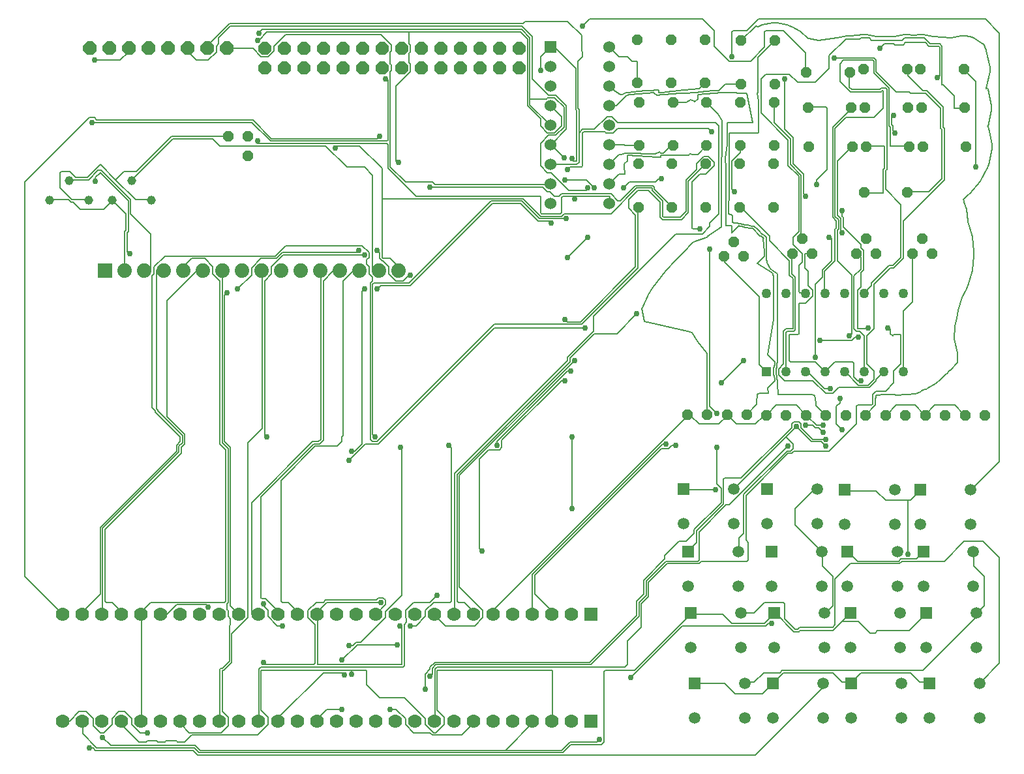
<source format=gbr>
G04 EAGLE Gerber RS-274X export*
G75*
%MOMM*%
%FSLAX34Y34*%
%LPD*%
%INTop Copper*%
%IPPOS*%
%AMOC8*
5,1,8,0,0,1.08239X$1,22.5*%
G01*
%ADD10R,1.270000X1.270000*%
%ADD11C,1.270000*%
%ADD12R,1.524000X1.524000*%
%ADD13C,1.524000*%
%ADD14R,1.778000X1.778000*%
%ADD15C,1.778000*%
%ADD16P,1.814519X8X22.500000*%
%ADD17P,1.924489X8X112.500000*%
%ADD18R,1.879600X1.879600*%
%ADD19C,1.879600*%
%ADD20P,1.429621X8X22.500000*%
%ADD21P,1.429621X8X112.500000*%
%ADD22P,1.429621X8X202.500000*%
%ADD23C,1.168000*%
%ADD24C,1.498000*%
%ADD25R,1.498000X1.498000*%
%ADD26C,0.152400*%
%ADD27C,0.756400*%


D10*
X1005000Y529900D03*
D11*
X1030400Y529900D03*
X1055800Y529900D03*
X1081200Y529900D03*
X1106600Y529900D03*
X1132000Y529900D03*
X1157400Y529900D03*
X1182800Y529900D03*
X1182800Y631500D03*
X1157400Y631500D03*
X1132000Y631500D03*
X1106600Y631500D03*
X1081200Y631500D03*
X1055800Y631500D03*
X1030400Y631500D03*
X1005000Y631500D03*
D12*
X725100Y951300D03*
D13*
X725100Y925900D03*
X725100Y900500D03*
X725100Y875100D03*
X725100Y849700D03*
X725100Y824300D03*
X725100Y798900D03*
X725100Y773500D03*
X725100Y748100D03*
X801300Y748100D03*
X801300Y773500D03*
X801300Y798900D03*
X801300Y824300D03*
X801300Y849700D03*
X801300Y875100D03*
X801300Y900500D03*
X801300Y925900D03*
X801300Y951300D03*
D14*
X777600Y75800D03*
D15*
X752200Y75800D03*
X726800Y75800D03*
X701400Y75800D03*
X676000Y75800D03*
X650600Y75800D03*
X625200Y75800D03*
X599800Y75800D03*
X574400Y75800D03*
X549000Y75800D03*
X523600Y75800D03*
X498200Y75800D03*
X472800Y75800D03*
X447400Y75800D03*
X422000Y75800D03*
X396600Y75800D03*
X371200Y75800D03*
X345800Y75800D03*
X320400Y75800D03*
X295000Y75800D03*
X269600Y75800D03*
X244200Y75800D03*
X218800Y75800D03*
X193400Y75800D03*
X168000Y75800D03*
X142600Y75800D03*
X117200Y75800D03*
X91800Y75800D03*
D14*
X777600Y214700D03*
D15*
X752200Y214700D03*
X726800Y214700D03*
X701400Y214700D03*
X676000Y214700D03*
X650600Y214700D03*
X625200Y214700D03*
X599800Y214700D03*
X574400Y214700D03*
X549000Y214700D03*
X523600Y214700D03*
X498200Y214700D03*
X472800Y214700D03*
X447400Y214700D03*
X422000Y214700D03*
X396600Y214700D03*
X371200Y214700D03*
X345800Y214700D03*
X320400Y214700D03*
X295000Y214700D03*
X269600Y214700D03*
X244200Y214700D03*
X218800Y214700D03*
X193400Y214700D03*
X168000Y214700D03*
X142600Y214700D03*
X117200Y214700D03*
X91800Y214700D03*
D16*
X353700Y924400D03*
X353700Y949800D03*
X379100Y924400D03*
X379100Y949800D03*
X404500Y924400D03*
X404500Y949800D03*
X429900Y924400D03*
X429900Y949800D03*
X455300Y924400D03*
X455300Y949800D03*
X480700Y924400D03*
X480700Y949800D03*
X506100Y924400D03*
X506100Y949800D03*
X531500Y924400D03*
X531500Y949800D03*
X556900Y924400D03*
X556900Y949800D03*
X582300Y924400D03*
X582300Y949800D03*
X607700Y924400D03*
X607700Y949800D03*
X633100Y924400D03*
X633100Y949800D03*
X658500Y924400D03*
X658500Y949800D03*
X683900Y924400D03*
X683900Y949800D03*
D17*
X126700Y949500D03*
X152100Y949500D03*
X177500Y949500D03*
X202900Y949500D03*
X228300Y949500D03*
X253700Y949500D03*
X279100Y949500D03*
X304500Y949500D03*
D18*
X146600Y660900D03*
D19*
X172000Y660900D03*
X197400Y660900D03*
X222800Y660900D03*
X248200Y660900D03*
X273600Y660900D03*
X299000Y660900D03*
X324400Y660900D03*
X349800Y660900D03*
X375200Y660900D03*
X400600Y660900D03*
X426000Y660900D03*
X451400Y660900D03*
X476800Y660900D03*
X502200Y660900D03*
X527600Y660900D03*
D20*
X1263100Y473000D03*
X1288500Y473000D03*
X1211500Y473000D03*
X1236900Y473000D03*
X1159900Y473000D03*
X1185300Y473000D03*
X1108300Y473000D03*
X1133700Y473000D03*
X1056700Y473000D03*
X1082100Y473000D03*
X1005100Y473000D03*
X1030500Y473000D03*
X954100Y473800D03*
X979500Y473800D03*
X902500Y473800D03*
X927900Y473800D03*
D21*
X837500Y904400D03*
X837500Y960600D03*
X1015000Y823300D03*
X1015000Y879500D03*
X838800Y743300D03*
X838800Y799500D03*
X882600Y743300D03*
X882600Y799500D03*
X926400Y743300D03*
X926400Y799500D03*
X970200Y743300D03*
X970200Y799500D03*
X1014000Y743300D03*
X1014000Y799500D03*
D22*
X1113200Y918700D03*
X1057000Y918700D03*
X1187600Y922200D03*
X1131400Y922200D03*
X1261400Y922200D03*
X1205200Y922200D03*
X1115200Y872200D03*
X1059000Y872200D03*
D21*
X881300Y904400D03*
X881300Y960600D03*
D22*
X1189000Y872200D03*
X1132800Y872200D03*
X1262800Y872200D03*
X1206600Y872200D03*
X1116600Y822200D03*
X1060400Y822200D03*
X1190400Y822200D03*
X1134200Y822200D03*
X1264200Y822200D03*
X1208000Y822200D03*
X1188000Y762200D03*
X1131800Y762200D03*
D23*
X74500Y752600D03*
X99900Y778000D03*
X125300Y752600D03*
X155600Y752600D03*
X181000Y778000D03*
X206400Y752600D03*
D21*
X925100Y904400D03*
X925100Y960600D03*
X972200Y903300D03*
X972200Y959500D03*
X1016000Y903300D03*
X1016000Y959500D03*
X839800Y823300D03*
X839800Y879500D03*
X883600Y823300D03*
X883600Y879500D03*
X927400Y823300D03*
X927400Y879500D03*
X971200Y823300D03*
X971200Y879500D03*
D24*
X897500Y332400D03*
D25*
X897500Y377400D03*
D24*
X962500Y332400D03*
X962500Y377400D03*
X1015600Y171300D03*
D25*
X1015600Y216300D03*
D24*
X1080600Y171300D03*
X1080600Y216300D03*
X1114000Y171300D03*
D25*
X1114000Y216300D03*
D24*
X1179000Y171300D03*
X1179000Y216300D03*
X1212400Y171300D03*
D25*
X1212400Y216300D03*
D24*
X1277400Y171300D03*
X1277400Y216300D03*
X1216800Y80200D03*
D25*
X1216800Y125200D03*
D24*
X1281800Y80200D03*
X1281800Y125200D03*
X1115200Y80200D03*
D25*
X1115200Y125200D03*
D24*
X1180200Y80200D03*
X1180200Y125200D03*
X1013600Y80200D03*
D25*
X1013600Y125200D03*
D24*
X1078600Y80200D03*
X1078600Y125200D03*
X912000Y80200D03*
D25*
X912000Y125200D03*
D24*
X977000Y80200D03*
X977000Y125200D03*
X1005900Y332400D03*
D25*
X1005900Y377400D03*
D24*
X1070900Y332400D03*
X1070900Y377400D03*
X1106800Y331300D03*
D25*
X1106800Y376300D03*
D24*
X1171800Y331300D03*
X1171800Y376300D03*
X1205200Y331300D03*
D25*
X1205200Y376300D03*
D24*
X1270200Y331300D03*
X1270200Y376300D03*
X903600Y251300D03*
D25*
X903600Y296300D03*
D24*
X968600Y251300D03*
X968600Y296300D03*
X1012000Y251300D03*
D25*
X1012000Y296300D03*
D24*
X1077000Y251300D03*
X1077000Y296300D03*
X1110400Y251300D03*
D25*
X1110400Y296300D03*
D24*
X1175400Y251300D03*
X1175400Y296300D03*
X1208800Y251300D03*
D25*
X1208800Y296300D03*
D24*
X1273800Y251300D03*
X1273800Y296300D03*
X907200Y171300D03*
D25*
X907200Y216300D03*
D24*
X972200Y171300D03*
X972200Y216300D03*
D20*
X975100Y679500D03*
X962400Y698550D03*
X949700Y679500D03*
X1064100Y683000D03*
X1051400Y702050D03*
X1038700Y683000D03*
X1147100Y683000D03*
X1134400Y702050D03*
X1121700Y683000D03*
X1220100Y683000D03*
X1207400Y702050D03*
X1194700Y683000D03*
X306700Y835300D03*
X332100Y809900D03*
X332100Y835300D03*
D26*
X942834Y864066D02*
X947776Y856050D01*
X947776Y817754D01*
X946776Y805046D02*
X946776Y718672D01*
X947504Y812202D02*
X947776Y817754D01*
X946776Y718672D02*
X946540Y718039D01*
X852012Y629363D02*
X843812Y612394D01*
X946776Y805046D02*
X947254Y811799D01*
X927790Y704490D02*
X925986Y703754D01*
X928047Y704593D02*
X946540Y718039D01*
X925202Y703434D02*
X912832Y698929D01*
X843514Y611866D02*
X847074Y594972D01*
X887490Y674625D02*
X893273Y680654D01*
X886669Y673796D02*
X875411Y661990D01*
X897342Y684951D02*
X909184Y697611D01*
X874515Y661047D02*
X856915Y637700D01*
X942834Y864066D02*
X927400Y879500D01*
X927900Y553210D02*
X927900Y473800D01*
X915200Y569787D02*
X908863Y580387D01*
X902500Y581805D01*
X915200Y569787D02*
X927900Y553210D01*
X902500Y581805D02*
X861886Y591686D01*
X847074Y594972D01*
X947254Y811799D02*
X947504Y812202D01*
X843812Y612394D02*
X843514Y611866D01*
X927790Y704490D02*
X928047Y704593D01*
X925986Y703754D02*
X925202Y703434D01*
X912832Y698929D02*
X909184Y697611D01*
X856915Y637700D02*
X852012Y629363D01*
X893273Y680654D02*
X897342Y684951D01*
X887490Y674625D02*
X886669Y673796D01*
X875411Y661990D02*
X874515Y661047D01*
X992962Y670342D02*
X1013343Y657455D01*
X992962Y670342D02*
X1002344Y679724D01*
X1001034Y702453D02*
X1001778Y703196D01*
X1002257Y684209D02*
X1002317Y682459D01*
X1014652Y597242D02*
X1007023Y551569D01*
X1001778Y703196D02*
X999359Y704647D01*
X1013343Y657455D02*
X1014652Y651713D01*
X1014652Y597242D01*
X1016220Y542372D02*
X1015904Y539898D01*
X1016220Y542372D02*
X1007023Y551569D01*
X1015904Y519902D02*
X1016220Y517428D01*
X1007081Y508289D02*
X1007691Y501577D01*
X1007081Y508289D02*
X1016220Y517428D01*
X1014652Y527048D02*
X1014652Y532752D01*
X996856Y706223D02*
X986874Y715692D01*
X986953Y853544D02*
X979746Y890944D01*
X979936Y716782D02*
X983228Y716205D01*
X983956Y852924D02*
X986953Y853544D01*
X983956Y852924D02*
X953872Y852924D01*
X968591Y719115D02*
X971326Y718675D01*
X953872Y825121D02*
X953872Y852924D01*
X952270Y731947D02*
X952270Y719726D01*
X952872Y733817D02*
X952872Y795046D01*
X952872Y733817D02*
X952270Y731947D01*
X951412Y806934D02*
X953872Y825121D01*
X946974Y892087D02*
X947612Y892406D01*
X951412Y806934D02*
X952872Y795046D01*
X943209Y891758D02*
X940754Y891604D01*
X936932Y891552D02*
X934821Y891363D01*
X927910Y890426D02*
X924739Y890426D01*
X917951Y889501D02*
X915840Y889312D01*
X915840Y883346D01*
X911709Y880411D01*
X911262Y881062D02*
X907051Y882801D01*
X900761Y879500D01*
X883600Y879500D01*
X992700Y487000D02*
X979500Y473800D01*
X1002257Y684209D02*
X1002212Y685498D01*
X1001034Y702453D01*
X1002328Y680185D02*
X1002344Y679724D01*
X1002328Y680185D02*
X1002328Y682156D01*
X1002317Y682459D01*
X998093Y705406D02*
X996856Y706223D01*
X998093Y705406D02*
X999359Y704647D01*
X1002365Y501577D02*
X1007691Y501577D01*
X1014652Y532752D02*
X1015260Y536902D01*
X1015724Y538488D01*
X1015904Y539898D01*
X1014652Y527048D02*
X1015260Y522898D01*
X1015724Y521312D01*
X1015904Y519902D01*
X998650Y501420D02*
X993133Y500954D01*
X998650Y501420D02*
X1002365Y501577D01*
X992700Y489269D02*
X992700Y487000D01*
X992700Y489269D02*
X993133Y500954D01*
X984921Y715908D02*
X983228Y716205D01*
X984921Y715908D02*
X986874Y715692D01*
X972631Y718466D02*
X971326Y718675D01*
X972631Y718466D02*
X978238Y717079D01*
X979936Y716782D01*
X974935Y891353D02*
X973935Y891400D01*
X974935Y891353D02*
X978818Y890986D01*
X979746Y890944D01*
X962669Y891900D02*
X958800Y891900D01*
X962669Y891900D02*
X964582Y891814D01*
X968465Y891447D01*
X969465Y891400D01*
X973935Y891400D01*
X954874Y891958D02*
X947643Y892352D01*
X954874Y891958D02*
X958800Y891900D01*
X947643Y892352D02*
X947612Y892406D01*
X945315Y891890D02*
X943209Y891758D01*
X945315Y891890D02*
X946974Y892087D01*
X937200Y891576D02*
X936932Y891552D01*
X937200Y891576D02*
X940316Y891576D01*
X940754Y891604D01*
X930358Y890667D02*
X927910Y890426D01*
X930358Y890667D02*
X933125Y891211D01*
X934821Y891363D01*
X919806Y889667D02*
X917951Y889501D01*
X919806Y889667D02*
X922587Y890214D01*
X924739Y890426D01*
X911262Y881062D02*
X911709Y880411D01*
X952270Y719726D02*
X960000Y719726D01*
X960000Y710000D01*
X968591Y718591D01*
X968591Y719115D01*
X1067733Y498805D02*
X1069400Y489212D01*
X1067508Y498903D02*
X1062628Y500163D01*
X1056250Y500053D02*
X1046680Y499918D01*
X1056475Y500053D02*
X1059678Y500108D01*
X1045151Y499895D02*
X1042721Y500122D01*
X1042596Y500179D02*
X1033962Y500066D01*
X1030450Y500053D02*
X1021256Y500054D01*
X1030475Y500053D02*
X1032234Y500059D01*
X1016017Y659371D02*
X1014542Y660303D01*
X1010074Y663128D02*
X1005874Y671294D01*
X1005005Y689280D02*
X1005012Y704837D01*
X1005303Y684315D02*
X1005364Y682565D01*
X1005390Y679829D02*
X1005451Y678079D01*
X1019702Y657041D02*
X1019560Y556652D01*
X1019560Y513770D02*
X1020408Y500054D01*
X1003345Y705811D02*
X999717Y707986D01*
X1019244Y541986D02*
X1018928Y539512D01*
X1019349Y542811D02*
X1019560Y556652D01*
X1018928Y520288D02*
X1019244Y517814D01*
X1019349Y516989D02*
X1019560Y514555D01*
X1017700Y527270D02*
X1017700Y532530D01*
X994624Y840166D02*
X994624Y881449D01*
X988786Y718546D02*
X993802Y714614D01*
X995503Y712583D02*
X999312Y708253D01*
X994624Y881449D02*
X993600Y891400D01*
X980462Y719784D02*
X983754Y719207D01*
X993956Y839876D02*
X994624Y840166D01*
X993956Y839876D02*
X956920Y839876D01*
X969074Y722124D02*
X971809Y721685D01*
X964009Y722735D02*
X961274Y723175D01*
X956920Y754622D02*
X956920Y839876D01*
X955920Y748309D02*
X955920Y734385D01*
X955920Y748309D02*
X956920Y754622D01*
X994100Y937600D02*
X1016000Y959500D01*
X1069400Y485700D02*
X1082100Y473000D01*
X1067733Y498805D02*
X1067508Y498903D01*
X1069400Y489212D02*
X1069400Y485700D01*
X1056475Y500053D02*
X1056250Y500053D01*
X1059678Y500108D02*
X1062628Y500163D01*
X1046680Y499918D02*
X1045151Y499895D01*
X1042721Y500122D02*
X1042596Y500179D01*
X1030475Y500053D02*
X1030450Y500053D01*
X1032234Y500059D02*
X1033962Y500066D01*
X1021256Y500054D02*
X1020408Y500054D01*
X1019702Y657041D02*
X1016017Y659371D01*
X1010074Y663128D02*
X1010073Y663129D01*
X1014542Y660303D01*
X1005303Y684315D02*
X1005256Y685656D01*
X1005005Y689280D01*
X1005376Y680238D02*
X1005390Y679829D01*
X1005376Y680238D02*
X1005376Y682209D01*
X1005364Y682565D01*
X1005451Y678079D02*
X1005499Y676685D01*
X1005874Y671294D01*
X1019560Y514555D02*
X1019560Y513770D01*
X1004554Y705086D02*
X1003345Y705811D01*
X1004554Y705086D02*
X1005012Y704837D01*
X999717Y707986D02*
X999312Y708253D01*
X1019349Y542811D02*
X1019244Y541986D01*
X1019244Y517814D02*
X1019349Y516989D01*
X1017700Y532530D02*
X1018245Y536250D01*
X1018717Y537863D01*
X1018928Y539512D01*
X1017700Y527270D02*
X1018245Y523550D01*
X1018717Y521937D01*
X1018928Y520288D01*
X995503Y712583D02*
X993802Y714614D01*
X993600Y891400D02*
X994100Y892207D01*
X994100Y937600D01*
X983754Y719207D02*
X985352Y718927D01*
X988786Y718546D01*
X973240Y721455D02*
X971809Y721685D01*
X973240Y721455D02*
X978868Y720064D01*
X980462Y719784D01*
X965313Y722526D02*
X964009Y722735D01*
X965313Y722526D02*
X967642Y722354D01*
X969074Y722124D01*
X961274Y723175D02*
X961274Y733061D01*
X955920Y734385D01*
X1290067Y948108D02*
X1288934Y950844D01*
X1295145Y925092D02*
X1295145Y919308D01*
X1297369Y875248D02*
X1297369Y869152D01*
X1292532Y848940D02*
X1293115Y847532D01*
X1298069Y825248D02*
X1298069Y819152D01*
X1293115Y796868D02*
X1291982Y794133D01*
X1267723Y759770D02*
X1262614Y754750D01*
X1274495Y685814D02*
X1274495Y680186D01*
X1265874Y639985D02*
X1264741Y637249D01*
X1292671Y847195D02*
X1292515Y848981D01*
X1290563Y897488D02*
X1292381Y897905D01*
X1253020Y554137D02*
X1253027Y541550D01*
X1261256Y751747D02*
X1260756Y752936D01*
X1261328Y751305D02*
X1261218Y751105D01*
X1249341Y589031D02*
X1248832Y572139D01*
X1287296Y954336D02*
X1272921Y964455D01*
X1264231Y965545D02*
X1258528Y965545D01*
X1259289Y626219D02*
X1253943Y609479D01*
X1238614Y526913D02*
X1231322Y519950D01*
X1239251Y527549D02*
X1242480Y530700D01*
X1266279Y725039D02*
X1264674Y740757D01*
X1252125Y540337D02*
X1244459Y532600D01*
X1245029Y963114D02*
X1221841Y964614D01*
X1208208Y967069D02*
X1202399Y967069D01*
X1213326Y507925D02*
X1212236Y506834D01*
X1210821Y506834D01*
X1208185Y505602D02*
X1205718Y504442D01*
X1190401Y967069D02*
X1184592Y967069D01*
X1193499Y966936D02*
X1199301Y966936D01*
X1170785Y500182D02*
X1173204Y499602D01*
X1170160Y500432D02*
X1161047Y500103D01*
X1158650Y500053D02*
X1148338Y499624D01*
X1158650Y500053D02*
X1160070Y500053D01*
X1170959Y964614D02*
X1148041Y964614D01*
X1134408Y967069D02*
X1128495Y967069D01*
X1147605Y499590D02*
X1146800Y491933D01*
X1111714Y965319D02*
X1124743Y966651D01*
X1096601Y962985D02*
X1073084Y959981D01*
X991395Y978695D02*
X972200Y959500D01*
X1146800Y486100D02*
X1133700Y473000D01*
X1288934Y950844D02*
X1288345Y952265D01*
X1287296Y954336D01*
X1290689Y946607D02*
X1295145Y925092D01*
X1290689Y946607D02*
X1290067Y948108D01*
X1290689Y897793D02*
X1290563Y897488D01*
X1290689Y897793D02*
X1295145Y919308D01*
X1292972Y896478D02*
X1297369Y875248D01*
X1292972Y896478D02*
X1292381Y897905D01*
X1292972Y847922D02*
X1292671Y847195D01*
X1292972Y847922D02*
X1297369Y869152D01*
X1292515Y848981D02*
X1292532Y848940D01*
X1293792Y845898D02*
X1298069Y825248D01*
X1293792Y845898D02*
X1293115Y847532D01*
X1293792Y798502D02*
X1293115Y796868D01*
X1293792Y798502D02*
X1298069Y819152D01*
X1269176Y761223D02*
X1267723Y759770D01*
X1269176Y761223D02*
X1282524Y776861D01*
X1291347Y792598D01*
X1291982Y794133D01*
X1262614Y754750D02*
X1260756Y752936D01*
X1261256Y751747D02*
X1261218Y751105D01*
X1261904Y749915D02*
X1264674Y740757D01*
X1261904Y749915D02*
X1261328Y751305D01*
X1272487Y705207D02*
X1274495Y685814D01*
X1272487Y705207D02*
X1266468Y724583D01*
X1266279Y725039D01*
X1266468Y641417D02*
X1265874Y639985D01*
X1266468Y641417D02*
X1272487Y660793D01*
X1274495Y680186D01*
X1264153Y635828D02*
X1259289Y626219D01*
X1264153Y635828D02*
X1264741Y637249D01*
X1252420Y599392D02*
X1249341Y589031D01*
X1252420Y599392D02*
X1253943Y609479D01*
X1248832Y572139D02*
X1253020Y554137D01*
X1253027Y541550D02*
X1252125Y540337D01*
X1272921Y964455D02*
X1264231Y965545D01*
X1239251Y527549D02*
X1238614Y526913D01*
X1242480Y530700D02*
X1244459Y532600D01*
X1245029Y963114D02*
X1258528Y965545D01*
X1231322Y519950D02*
X1225303Y514228D01*
X1221841Y964614D02*
X1208208Y967069D01*
X1213326Y507925D02*
X1213326Y507925D01*
X1225303Y514228D01*
X1202399Y967069D02*
X1199301Y966936D01*
X1209356Y506153D02*
X1208185Y505602D01*
X1209356Y506153D02*
X1209485Y506206D01*
X1210821Y506834D01*
X1204486Y503862D02*
X1198792Y500839D01*
X1204486Y503862D02*
X1205718Y504442D01*
X1193499Y966936D02*
X1190401Y967069D01*
X1198792Y500839D02*
X1173737Y499627D01*
X1170959Y964614D02*
X1184592Y967069D01*
X1173737Y499627D02*
X1173204Y499602D01*
X1170785Y500182D02*
X1170160Y500432D01*
X1161047Y500103D02*
X1160070Y500053D01*
X1148338Y499624D02*
X1147605Y499590D01*
X1148041Y964614D02*
X1134408Y967069D01*
X1146800Y491933D02*
X1146800Y486100D01*
X1124743Y966651D02*
X1128495Y967069D01*
X1110205Y965319D02*
X1096601Y962985D01*
X1110205Y965319D02*
X1111714Y965319D01*
X1059735Y962271D02*
X1059571Y962271D01*
X1059735Y962271D02*
X1073084Y959981D01*
X1037931Y977562D02*
X1035195Y978695D01*
X1037931Y977562D02*
X1048751Y971499D01*
X1059571Y962271D01*
X1032460Y979829D02*
X1018735Y982671D01*
X1032460Y979829D02*
X1035195Y978695D01*
X996805Y978695D02*
X994100Y977575D01*
X996805Y978695D02*
X999540Y979829D01*
X1013265Y982671D01*
X1018735Y982671D01*
X994100Y977575D02*
X991395Y978695D01*
X1197864Y486156D02*
X1210056Y473964D01*
X1197864Y486156D02*
X1173480Y486156D01*
X1161288Y473964D01*
X1210056Y473964D02*
X1211500Y473000D01*
X1161288Y473964D02*
X1159900Y473000D01*
X1249680Y486156D02*
X1261872Y473964D01*
X1249680Y486156D02*
X1223772Y486156D01*
X1211580Y473964D01*
X1261872Y473964D02*
X1263100Y473000D01*
X1211580Y473964D02*
X1211500Y473000D01*
X906780Y472440D02*
X903732Y472440D01*
X906780Y472440D02*
X917448Y461772D01*
X943356Y461772D01*
X954024Y472440D01*
X903732Y472440D02*
X902500Y473800D01*
X954024Y472440D02*
X954100Y473800D01*
X1001268Y472440D02*
X1004316Y472440D01*
X1001268Y472440D02*
X990600Y461772D01*
X966216Y461772D01*
X955548Y472440D01*
X1004316Y472440D02*
X1005100Y473000D01*
X955548Y472440D02*
X954100Y473800D01*
X1043940Y486156D02*
X1056132Y473964D01*
X1043940Y486156D02*
X1018032Y486156D01*
X1005840Y473964D01*
X1056132Y473964D02*
X1056700Y473000D01*
X1005840Y473964D02*
X1005100Y473000D01*
X650748Y220980D02*
X650748Y214884D01*
X650748Y220980D02*
X902208Y472440D01*
X650748Y214884D02*
X650600Y214700D01*
X902208Y472440D02*
X902500Y473800D01*
X1069848Y460248D02*
X1078992Y460248D01*
X1069848Y460248D02*
X1057656Y472440D01*
X1056700Y473000D01*
X1132332Y762000D02*
X1156716Y762000D01*
X1156716Y792480D01*
X1158240Y794004D01*
X1158240Y822960D01*
X1135380Y822960D01*
X1131800Y762200D02*
X1132332Y762000D01*
X1134200Y822200D02*
X1135380Y822960D01*
X344424Y826008D02*
X344424Y829056D01*
X344424Y826008D02*
X512064Y826008D01*
X513588Y824484D01*
X513588Y794004D01*
X550164Y757428D01*
X711708Y757428D01*
X711708Y736092D01*
X713232Y734568D01*
X737616Y734568D01*
X739140Y736092D01*
X739140Y755904D01*
X740664Y757428D01*
X755904Y757428D02*
X801624Y757428D01*
X755904Y757428D02*
X740664Y757428D01*
X801624Y757428D02*
X801624Y748284D01*
X801300Y748100D01*
X865632Y780288D02*
X868680Y780288D01*
X865632Y780288D02*
X861060Y775716D01*
X827532Y775716D01*
X819912Y768096D01*
X755904Y757428D02*
X755904Y754380D01*
D27*
X1078992Y460248D03*
X344424Y829056D03*
X868680Y780288D03*
X819912Y768096D03*
X755904Y754380D03*
D26*
X422148Y79248D02*
X422148Y76200D01*
X422148Y79248D02*
X434340Y91440D01*
X454152Y91440D01*
X422148Y76200D02*
X422000Y75800D01*
X528828Y199644D02*
X530352Y199644D01*
X531876Y198120D01*
X531876Y149352D01*
X422148Y149352D01*
X422148Y213360D01*
X422000Y214700D01*
X1068324Y542544D02*
X1080516Y530352D01*
X1068324Y542544D02*
X1036320Y542544D01*
X1034796Y544068D01*
X1034796Y577596D01*
X1045464Y577596D01*
X1046988Y579120D01*
X1046988Y618744D01*
X1056132Y618744D01*
X1065276Y627888D01*
X1065276Y635508D01*
X1059180Y641604D01*
X1059180Y659892D01*
X1054608Y664464D01*
X1054608Y682752D01*
X1063752Y682752D01*
X1080516Y530352D02*
X1081200Y529900D01*
X1063752Y682752D02*
X1064100Y683000D01*
X1123188Y518160D02*
X1127760Y518160D01*
X1123188Y518160D02*
X1118616Y522732D01*
X1118616Y541020D01*
X1117092Y542544D01*
X1094232Y542544D01*
X1082040Y530352D01*
X1081200Y529900D01*
X193548Y213360D02*
X193548Y76200D01*
X193400Y75800D01*
X193548Y213360D02*
X193400Y214700D01*
X185928Y752856D02*
X205740Y752856D01*
X160020Y778764D02*
X140208Y798576D01*
X160020Y778764D02*
X185928Y752856D01*
X140208Y798576D02*
X123444Y781812D01*
X108204Y781812D01*
X100584Y789432D01*
X89916Y789432D01*
X88392Y787908D01*
X88392Y768096D01*
X103632Y752856D01*
X124968Y752856D01*
X205740Y752856D02*
X206400Y752600D01*
X125300Y752600D02*
X124968Y752856D01*
X233172Y835152D02*
X306324Y835152D01*
X233172Y835152D02*
X187452Y789432D01*
X170688Y789432D01*
X160020Y778764D01*
X306324Y835152D02*
X306700Y835300D01*
X193548Y217932D02*
X193548Y214884D01*
X193548Y217932D02*
X205740Y230124D01*
X301752Y230124D01*
X303276Y231648D01*
X303276Y428244D01*
X295656Y435864D01*
X295656Y647700D01*
X286512Y656844D01*
X286512Y665988D01*
X275844Y676656D01*
X259080Y676656D01*
X248412Y665988D01*
X248412Y661416D01*
X193548Y214884D02*
X193400Y214700D01*
X248200Y660900D02*
X248412Y661416D01*
X527304Y661416D02*
X527304Y665988D01*
X516636Y676656D01*
X507492Y676656D01*
X505968Y678180D01*
X505968Y754380D02*
X505968Y794004D01*
X505968Y754380D02*
X505968Y678180D01*
X505968Y794004D02*
X477012Y822960D01*
X448056Y822960D01*
X445008Y819912D01*
X527304Y661416D02*
X527600Y660900D01*
X909828Y714756D02*
X918972Y714756D01*
X909828Y714756D02*
X908304Y716280D01*
X908304Y775716D01*
X918972Y786384D01*
X926592Y786384D01*
X937260Y797052D01*
X937260Y801624D01*
X929640Y809244D01*
X923544Y809244D01*
X914400Y800100D01*
X914400Y792480D01*
X900684Y778764D01*
X900684Y737616D01*
X893064Y729996D01*
X871728Y729996D01*
X870204Y731520D01*
X870204Y751332D01*
X856488Y765048D01*
X856488Y768096D01*
X836676Y768096D01*
X803148Y734568D01*
X742188Y734568D01*
X739140Y731520D01*
X711708Y731520D01*
X688848Y754380D01*
X505968Y754380D01*
X422148Y217932D02*
X422148Y214884D01*
X422148Y217932D02*
X434340Y230124D01*
X504444Y230124D01*
X422148Y214884D02*
X422000Y214700D01*
D27*
X454152Y91440D03*
X528828Y199644D03*
X1127760Y518160D03*
X445008Y819912D03*
X918972Y714756D03*
X504444Y230124D03*
D26*
X814000Y938600D02*
X801300Y951300D01*
X837500Y932500D02*
X837500Y904400D01*
X837500Y932500D02*
X830552Y932500D01*
X824666Y938600D01*
X814000Y938600D01*
X917494Y896794D02*
X925100Y904400D01*
X917494Y896794D02*
X917494Y896794D01*
X883961Y893474D02*
X880790Y893474D01*
X873879Y892537D02*
X871768Y892348D01*
X867945Y892296D02*
X865491Y892142D01*
X865491Y895246D01*
X860135Y895246D01*
X855418Y894800D02*
X852963Y894646D01*
X849060Y894588D02*
X846949Y894399D01*
X840161Y893474D02*
X836990Y893474D01*
X830079Y892537D02*
X827968Y892348D01*
X824188Y892307D02*
X823281Y892307D01*
X823243Y892269D01*
X822678Y892246D02*
X818357Y889324D01*
X816910Y889324D01*
X815455Y889324D02*
X807534Y894266D01*
X801300Y900500D01*
X883961Y893474D02*
X886113Y893686D01*
X888894Y894233D01*
X917494Y896794D01*
X875575Y892689D02*
X873879Y892537D01*
X875575Y892689D02*
X878342Y893233D01*
X880790Y893474D01*
X868384Y892324D02*
X867945Y892296D01*
X868384Y892324D02*
X871500Y892324D01*
X871768Y892348D01*
X857440Y894927D02*
X855418Y894800D01*
X857440Y894927D02*
X860135Y895246D01*
X849463Y894624D02*
X849060Y894588D01*
X849463Y894624D02*
X852621Y894624D01*
X852963Y894646D01*
X842313Y893686D02*
X840161Y893474D01*
X842313Y893686D02*
X845094Y894233D01*
X846949Y894399D01*
X831775Y892689D02*
X830079Y892537D01*
X831775Y892689D02*
X834542Y893233D01*
X836990Y893474D01*
X823243Y892269D02*
X822678Y892246D01*
X824188Y892307D02*
X824601Y892324D01*
X827700Y892324D01*
X827968Y892348D01*
X818357Y889324D02*
X818357Y889324D01*
X816910Y889324D02*
X815455Y889324D01*
X940563Y894646D02*
X943018Y894800D01*
X936660Y894588D02*
X934549Y894399D01*
X927761Y893474D02*
X924590Y893474D01*
X917679Y892537D02*
X915568Y892348D01*
X893132Y891552D02*
X891021Y891363D01*
X884110Y890426D02*
X880939Y890426D01*
X874151Y889501D02*
X872040Y889312D01*
X868137Y889254D02*
X865682Y889100D01*
X862790Y888870D02*
X859236Y891124D01*
X858668Y892003D01*
X855609Y891758D02*
X853154Y891604D01*
X849332Y891552D02*
X847221Y891363D01*
X840310Y890426D02*
X837139Y890426D01*
X830351Y889501D02*
X828240Y889312D01*
X810150Y875100D02*
X801300Y875100D01*
X951518Y903300D02*
X972200Y903300D01*
X951518Y903300D02*
X943018Y894800D01*
X937063Y894624D02*
X936660Y894588D01*
X937063Y894624D02*
X940221Y894624D01*
X940563Y894646D01*
X929913Y893686D02*
X927761Y893474D01*
X929913Y893686D02*
X932694Y894233D01*
X934549Y894399D01*
X919375Y892689D02*
X917679Y892537D01*
X919375Y892689D02*
X922142Y893233D01*
X924590Y893474D01*
X915300Y892324D02*
X912184Y892324D01*
X915300Y892324D02*
X915568Y892348D01*
X893400Y891576D02*
X893132Y891552D01*
X893400Y891576D02*
X900291Y891576D01*
X912184Y892324D01*
X886558Y890667D02*
X884110Y890426D01*
X886558Y890667D02*
X889325Y891211D01*
X891021Y891363D01*
X876006Y889667D02*
X874151Y889501D01*
X876006Y889667D02*
X878787Y890214D01*
X880939Y890426D01*
X868479Y889276D02*
X868137Y889254D01*
X868479Y889276D02*
X871637Y889276D01*
X872040Y889312D01*
X863660Y888973D02*
X862790Y888870D01*
X863660Y888973D02*
X865682Y889100D01*
X857715Y891890D02*
X855609Y891758D01*
X857715Y891890D02*
X858668Y892003D01*
X849600Y891576D02*
X849332Y891552D01*
X849600Y891576D02*
X852716Y891576D01*
X853154Y891604D01*
X842758Y890667D02*
X840310Y890426D01*
X842758Y890667D02*
X845525Y891211D01*
X847221Y891363D01*
X832206Y889667D02*
X830351Y889501D01*
X832206Y889667D02*
X834987Y890214D01*
X837139Y890426D01*
X823981Y888931D02*
X810150Y875100D01*
X823981Y888931D02*
X823981Y888931D01*
X828240Y889312D01*
X821058Y823300D02*
X839800Y823300D01*
X821058Y824300D02*
X801300Y824300D01*
X821058Y824300D02*
X821058Y823300D01*
X868259Y813453D02*
X871200Y813424D01*
X881076Y823300D02*
X883600Y823300D01*
X881076Y823300D02*
X871200Y813424D01*
X867091Y814621D02*
X860563Y812424D01*
X848366Y812424D01*
X841571Y812924D02*
X837101Y812924D01*
X827400Y813424D02*
X824459Y813453D01*
X827400Y813424D02*
X830303Y813424D01*
X821043Y813562D02*
X817110Y811600D01*
X814000Y811600D02*
X801300Y798900D01*
X867091Y814621D02*
X868259Y813453D01*
X842643Y812873D02*
X841571Y812924D01*
X842643Y812873D02*
X846524Y812507D01*
X848366Y812424D01*
X832288Y813335D02*
X830303Y813424D01*
X832288Y813335D02*
X836172Y812968D01*
X837101Y812924D01*
X824459Y813453D02*
X824399Y813513D01*
X821043Y813562D01*
X817110Y811600D02*
X814000Y811600D01*
X868214Y810405D02*
X871200Y810376D01*
X891111Y810376D02*
X891626Y810923D01*
X841499Y809876D02*
X837029Y809876D01*
X827400Y810376D02*
X824414Y810405D01*
X827400Y810376D02*
X830234Y810376D01*
X824414Y810405D02*
X824414Y803356D01*
X820558Y799500D01*
X916000Y811900D02*
X927400Y823300D01*
X814000Y786200D02*
X801300Y773500D01*
X914000Y811900D02*
X916000Y811900D01*
X910074Y811958D02*
X905500Y812207D01*
X910074Y811958D02*
X914000Y811900D01*
X905500Y812207D02*
X904500Y810593D01*
X897869Y810900D02*
X892131Y810900D01*
X897869Y810900D02*
X904500Y810593D01*
X892131Y810900D02*
X891626Y810923D01*
X891111Y810376D02*
X871200Y810376D01*
X868214Y810405D02*
X868214Y808453D01*
X846312Y809466D01*
X842428Y809832D02*
X841499Y809876D01*
X842428Y809832D02*
X846312Y809466D01*
X832076Y810293D02*
X830234Y810376D01*
X832076Y810293D02*
X835957Y809927D01*
X837029Y809876D01*
X820558Y799500D02*
X820558Y796765D01*
X820999Y786200D01*
X814000Y786200D01*
X711708Y938784D02*
X723900Y950976D01*
X711708Y938784D02*
X711708Y920496D01*
X512064Y909828D02*
X510540Y909828D01*
X512064Y909828D02*
X513588Y908304D01*
X513588Y830580D01*
X512064Y829056D01*
X361188Y829056D01*
X336804Y853440D01*
X129540Y853440D01*
X723900Y950976D02*
X725100Y951300D01*
X470916Y426720D02*
X466344Y426720D01*
X470916Y426720D02*
X480060Y435864D01*
X480060Y633984D01*
X483108Y637032D01*
X499872Y637032D02*
X504444Y641604D01*
X542544Y641604D01*
X649224Y748284D01*
X685800Y748284D01*
X708660Y725424D01*
X722376Y725424D01*
X725424Y722376D01*
X752856Y804672D02*
X752856Y806196D01*
X752856Y804672D02*
X754380Y803148D01*
X758952Y803148D01*
X758952Y868680D01*
X757428Y870204D01*
X757428Y923544D01*
X729996Y950976D01*
X725424Y950976D01*
X725100Y951300D01*
D27*
X711708Y920496D03*
X510540Y909828D03*
X129540Y853440D03*
X466344Y426720D03*
X483108Y637032D03*
X499872Y637032D03*
X725424Y722376D03*
X752856Y806196D03*
D26*
X745236Y728472D02*
X710184Y728472D01*
X687324Y751332D01*
X647700Y751332D01*
X541020Y644652D01*
X495300Y644652D01*
X493776Y643128D01*
X493776Y448056D01*
X496824Y445008D01*
X176784Y944880D02*
X176784Y949452D01*
X176784Y944880D02*
X166116Y934212D01*
X132588Y934212D01*
X134112Y781812D02*
X134112Y777240D01*
X134112Y781812D02*
X140208Y787908D01*
X176784Y751332D01*
X176784Y711708D01*
X175260Y710184D01*
X175260Y685800D01*
X178308Y682752D01*
X352044Y152400D02*
X352044Y150876D01*
X353568Y149352D01*
X417576Y149352D01*
X419100Y150876D01*
X419100Y201168D01*
X409956Y210312D01*
X409956Y219456D01*
X420624Y230124D01*
X429768Y230124D01*
X432816Y233172D01*
X498348Y233172D01*
X501396Y236220D01*
X507492Y236220D01*
X510540Y233172D01*
X510540Y227076D01*
X498348Y214884D01*
X177500Y949500D02*
X176784Y949452D01*
X498348Y214884D02*
X498200Y214700D01*
D27*
X745236Y728472D03*
X496824Y445008D03*
X132588Y934212D03*
X134112Y777240D03*
X178308Y682752D03*
X352044Y152400D03*
D26*
X739140Y861060D02*
X725100Y875100D01*
X739140Y861060D02*
X739140Y848868D01*
X729996Y839724D01*
X720852Y839724D01*
X711708Y848868D01*
X711708Y858012D01*
X694944Y874776D01*
X694944Y961644D01*
X685800Y970788D01*
X541020Y970788D02*
X356616Y970788D01*
X541020Y970788D02*
X685800Y970788D01*
X356616Y970788D02*
X345948Y960120D01*
X344424Y960120D01*
X370332Y199644D02*
X376428Y199644D01*
X370332Y199644D02*
X358140Y211836D01*
X358140Y219456D01*
X352044Y225552D01*
X352044Y228600D01*
X355092Y445008D02*
X356616Y445008D01*
X355092Y445008D02*
X353568Y446532D01*
X353568Y647700D01*
X362712Y656844D01*
X362712Y665988D01*
X377952Y681228D01*
X483108Y681228D01*
X525780Y801624D02*
X527304Y801624D01*
X525780Y801624D02*
X524256Y803148D01*
X524256Y900684D01*
X542544Y918972D01*
X542544Y929640D01*
X541020Y931164D01*
X541020Y943356D01*
X542544Y944880D01*
X542544Y954024D01*
X541020Y955548D01*
X541020Y970788D01*
D27*
X344424Y960120D03*
X376428Y199644D03*
X352044Y228600D03*
X356616Y445008D03*
X483108Y681228D03*
X527304Y801624D03*
D26*
X697992Y876300D02*
X723900Y850392D01*
X697992Y883920D02*
X697992Y963168D01*
X697992Y883920D02*
X697992Y876300D01*
X697992Y963168D02*
X687324Y973836D01*
X350520Y973836D01*
X345948Y969264D01*
X723900Y850392D02*
X725100Y849700D01*
X371856Y80772D02*
X371856Y76200D01*
X371856Y80772D02*
X429768Y138684D01*
X454152Y138684D01*
X457200Y135636D01*
X454152Y155448D02*
X473964Y175260D01*
X525780Y175260D01*
X542544Y199644D02*
X550164Y199644D01*
X562356Y211836D01*
X562356Y219456D01*
X573024Y230124D01*
X594360Y230124D01*
X595884Y231648D01*
X595884Y431292D01*
X592836Y434340D01*
X655320Y434340D02*
X655320Y438912D01*
X746760Y530352D01*
X751332Y530352D01*
X746760Y678180D02*
X772668Y704088D01*
X772668Y766572D02*
X772668Y768096D01*
X772668Y766572D02*
X771144Y765048D01*
X748284Y765048D01*
X725424Y787908D01*
X720852Y787908D01*
X711708Y797052D01*
X711708Y826008D01*
X722376Y836676D01*
X731520Y836676D01*
X742188Y847344D01*
X742188Y873252D01*
X729996Y885444D01*
X720852Y885444D01*
X719328Y883920D01*
X697992Y883920D01*
X371856Y76200D02*
X371200Y75800D01*
D27*
X345948Y969264D03*
X457200Y135636D03*
X454152Y155448D03*
X525780Y175260D03*
X542544Y199644D03*
X592836Y434340D03*
X655320Y434340D03*
X751332Y530352D03*
X746760Y678180D03*
X772668Y704088D03*
X772668Y768096D03*
D26*
X725424Y824484D02*
X745236Y844296D01*
X745236Y874776D01*
X731520Y888492D01*
X722376Y888492D01*
X701040Y909828D01*
X701040Y964692D01*
X687324Y978408D01*
X309372Y978408D01*
X294132Y963168D01*
X294132Y955548D01*
X291084Y952500D01*
X291084Y944880D01*
X280416Y934212D01*
X265176Y934212D01*
X254508Y944880D01*
X254508Y949452D01*
X253700Y949500D01*
X574548Y213360D02*
X588264Y199644D01*
X626364Y199644D01*
X637032Y210312D01*
X637032Y219456D01*
X606552Y249936D01*
X606552Y394716D01*
X755904Y544068D01*
X742188Y807720D02*
X725424Y824484D01*
X574400Y214700D02*
X574548Y213360D01*
X725100Y824300D02*
X725424Y824484D01*
D27*
X755904Y544068D03*
X742188Y807720D03*
D26*
X758952Y798576D02*
X725424Y798576D01*
X758952Y798576D02*
X762000Y801624D01*
X762000Y839724D02*
X762000Y870204D01*
X762000Y839724D02*
X762000Y801624D01*
X762000Y870204D02*
X760476Y871728D01*
X760476Y932688D01*
X766572Y938784D01*
X766572Y944880D01*
X765048Y946404D01*
X765048Y966216D01*
X746760Y984504D01*
X691896Y984504D01*
X688848Y981456D01*
X307848Y981456D01*
X280416Y954024D01*
X280416Y950976D01*
X725100Y798900D02*
X725424Y798576D01*
X280416Y950976D02*
X279100Y949500D01*
X600456Y397764D02*
X600456Y214884D01*
X600456Y397764D02*
X746760Y544068D01*
X746760Y548640D01*
X780288Y582168D01*
X780288Y601980D01*
X886968Y708660D01*
X922020Y708660D01*
X931832Y718472D01*
X931832Y723044D01*
X943356Y734568D01*
X943356Y848868D01*
X938784Y853440D01*
X812292Y853440D01*
X804672Y861060D01*
X798576Y861060D01*
X781812Y844296D01*
X766572Y844296D01*
X762000Y839724D01*
X600456Y214884D02*
X599800Y214700D01*
X574548Y772668D02*
X723900Y772668D01*
X574548Y772668D02*
X571500Y775716D01*
X536448Y775716D01*
X516636Y795528D01*
X516636Y918972D01*
X518160Y920496D01*
X518160Y928116D01*
X516636Y929640D01*
X516636Y944880D01*
X518160Y946404D01*
X518160Y954024D01*
X504444Y967740D01*
X381000Y967740D01*
X365760Y952500D01*
X365760Y946404D01*
X358140Y938784D01*
X348996Y938784D01*
X338328Y949452D01*
X304800Y949452D01*
X723900Y772668D02*
X725100Y773500D01*
X304800Y949452D02*
X304500Y949500D01*
X624840Y217932D02*
X624840Y214884D01*
X624840Y217932D02*
X612648Y230124D01*
X605028Y230124D01*
X603504Y231648D01*
X603504Y396240D01*
X749808Y542544D01*
X749808Y547116D01*
X781812Y579120D01*
X810768Y579120D01*
X836676Y605028D01*
X781812Y768096D02*
X771144Y778764D01*
X743712Y778764D01*
X624840Y214884D02*
X625200Y214700D01*
D27*
X836676Y605028D03*
X781812Y768096D03*
X743712Y778764D03*
D26*
X1053084Y760476D02*
X1056132Y757428D01*
X1053084Y760476D02*
X1053084Y786384D01*
X1039368Y800100D01*
X1039368Y833628D01*
X1028700Y844296D01*
X1028700Y909828D01*
D27*
X1056132Y757428D03*
X1028700Y909828D03*
D26*
X1014984Y879348D02*
X1014984Y853440D01*
X1036320Y832104D01*
X1036320Y798576D01*
X1050036Y784860D01*
X1050036Y702564D01*
X1014984Y879348D02*
X1015000Y879500D01*
X1050036Y702564D02*
X1051400Y702050D01*
X970788Y813816D02*
X970788Y822960D01*
X970788Y813816D02*
X960120Y803148D01*
X960120Y766572D01*
X963168Y763524D01*
X931164Y688848D02*
X931164Y484632D01*
X940308Y475488D01*
X940308Y431292D02*
X940308Y384048D01*
X946404Y377952D01*
X946404Y359664D01*
X911352Y324612D01*
X911352Y320040D01*
X900684Y309372D01*
X891540Y309372D01*
X873252Y291084D01*
X873252Y286512D01*
X845820Y259080D01*
X845820Y240792D01*
X836676Y231648D01*
X836676Y213360D01*
X775716Y152400D01*
X574548Y152400D01*
X568452Y146304D01*
X568452Y143256D01*
X562356Y137160D01*
X562356Y117348D01*
X970788Y822960D02*
X971200Y823300D01*
D27*
X963168Y763524D03*
X931164Y688848D03*
X940308Y475488D03*
X940308Y431292D03*
X562356Y117348D03*
D26*
X652272Y586740D02*
X769620Y586740D01*
X652272Y586740D02*
X501396Y435864D01*
X484632Y435864D01*
X463296Y414528D01*
X516636Y91440D02*
X524256Y91440D01*
X536448Y79248D01*
X536448Y71628D01*
X547116Y60960D01*
X568452Y60960D01*
X571500Y57912D01*
X609600Y57912D01*
X626364Y74676D01*
X625200Y75800D01*
D27*
X769620Y586740D03*
X463296Y414528D03*
X516636Y91440D03*
D26*
X838200Y664464D02*
X838200Y742188D01*
X838200Y664464D02*
X765048Y591312D01*
X652272Y591312D01*
X499872Y438912D01*
X493776Y438912D01*
X490728Y441960D01*
X490728Y644652D01*
X493776Y647700D01*
X493776Y652272D01*
X489204Y656844D01*
X489204Y665988D01*
X486156Y669036D01*
X486156Y675132D01*
X489204Y678180D01*
X489204Y684276D01*
X480060Y693420D01*
X381000Y693420D01*
X367284Y679704D01*
X224028Y679704D01*
X210312Y665988D01*
X210312Y656844D01*
X207264Y653796D01*
X207264Y483108D01*
X211836Y478536D01*
X211836Y477012D01*
X243840Y445008D01*
X243840Y438912D01*
X239268Y434340D01*
X239268Y426720D01*
X140208Y327660D01*
X140208Y240792D01*
X117348Y217932D01*
X117348Y214884D01*
X838200Y742188D02*
X838800Y743300D01*
X117348Y214884D02*
X117200Y214700D01*
X859536Y766572D02*
X882396Y743712D01*
X859536Y766572D02*
X859536Y769620D01*
X858012Y771144D01*
X835152Y771144D01*
X815340Y751332D01*
X812292Y751332D01*
X803148Y760476D01*
X739140Y760476D01*
X736092Y757428D01*
X729996Y757428D01*
X723900Y763524D01*
X720852Y763524D01*
X714756Y769620D01*
X568452Y769620D01*
X502920Y835152D02*
X499872Y832104D01*
X362712Y832104D01*
X338328Y856488D01*
X135636Y856488D01*
X132588Y859536D01*
X126492Y859536D01*
X42672Y775716D01*
X42672Y263652D01*
X91440Y214884D01*
X882600Y743300D02*
X882396Y743712D01*
X91800Y214700D02*
X91440Y214884D01*
D27*
X568452Y769620D03*
X502920Y835152D03*
D26*
X995840Y539060D02*
X1005000Y529900D01*
X995840Y539060D02*
X995840Y627220D01*
X950976Y672084D01*
X950976Y678180D01*
X949700Y679500D01*
X1030224Y580644D02*
X1030224Y530352D01*
X1030224Y580644D02*
X1031748Y582168D01*
X1040892Y582168D01*
X1042416Y583692D01*
X1042416Y652272D01*
X1037844Y656844D01*
X1037844Y682752D01*
X1030224Y530352D02*
X1030400Y529900D01*
X1037844Y682752D02*
X1038700Y683000D01*
X1132332Y576072D02*
X1132332Y530352D01*
X1132332Y576072D02*
X1126236Y582168D01*
X1121664Y582168D01*
X1118616Y585216D01*
X1118616Y653796D01*
X1127760Y662940D01*
X1127760Y678180D01*
X1123188Y682752D01*
X1132332Y530352D02*
X1132000Y529900D01*
X1123188Y682752D02*
X1121700Y683000D01*
X1182624Y608076D02*
X1182624Y530352D01*
X1182624Y608076D02*
X1194816Y620268D01*
X1194816Y682752D01*
X1182624Y530352D02*
X1182800Y529900D01*
X1194816Y682752D02*
X1194700Y683000D01*
X1156716Y528828D02*
X1147572Y519684D01*
X1147572Y518160D01*
X1138428Y509016D01*
X1098804Y509016D01*
X1091184Y501396D01*
X1082040Y501396D01*
X1065276Y518160D01*
X1028700Y518160D01*
X1021080Y525780D01*
X1021080Y533400D01*
X1027176Y539496D01*
X1027176Y582168D01*
X1030224Y585216D01*
X1039368Y585216D01*
X1039368Y650748D01*
X1034796Y655320D01*
X1034796Y673608D01*
X1008888Y699516D01*
X1008888Y705612D01*
X970788Y743712D01*
X1157400Y529900D02*
X1156716Y528828D01*
X970788Y743712D02*
X970200Y743300D01*
X1132332Y632460D02*
X1141476Y641604D01*
X1141476Y644652D01*
X1164336Y667512D01*
X1168908Y667512D01*
X1179576Y678180D01*
X1179576Y746760D01*
X1159764Y766572D01*
X1159764Y790956D01*
X1161288Y792480D01*
X1161288Y896112D01*
X1159764Y897636D01*
X1153668Y897636D01*
X1152144Y896112D01*
X1115568Y896112D01*
X1112520Y899160D01*
X1112520Y917448D01*
X1132332Y632460D02*
X1132000Y631500D01*
X1112520Y917448D02*
X1113200Y918700D01*
X1107948Y528828D02*
X1124712Y512064D01*
X1136904Y512064D01*
X1144524Y519684D01*
X1144524Y530352D01*
X1135380Y539496D01*
X1135380Y576072D01*
X1144524Y585216D01*
X1144524Y643128D01*
X1165860Y664464D01*
X1170432Y664464D01*
X1182624Y676656D01*
X1182624Y725424D01*
X1235964Y778764D01*
X1235964Y845820D01*
X1234440Y847344D01*
X1234440Y873252D01*
X1213104Y894588D01*
X1208532Y894588D01*
X1188720Y914400D01*
X1188720Y922020D01*
X1106600Y529900D02*
X1107948Y528828D01*
X1187600Y922200D02*
X1188720Y922020D01*
X1059180Y528828D02*
X1056132Y528828D01*
X1059180Y528828D02*
X1080516Y507492D01*
X1088136Y507492D01*
X1100328Y495300D02*
X1100328Y489204D01*
X1095756Y484632D01*
X1095756Y461772D01*
X1103376Y454152D01*
X1277112Y795528D02*
X1277112Y906780D01*
X1261872Y922020D01*
X1055800Y529900D02*
X1056132Y528828D01*
X1261400Y922200D02*
X1261872Y922020D01*
D27*
X1088136Y507492D03*
X1100328Y495300D03*
X1103376Y454152D03*
X1277112Y795528D03*
D26*
X1080516Y659892D02*
X1080516Y632460D01*
X1080516Y659892D02*
X1094232Y673608D01*
X1094232Y714756D01*
X1095756Y716280D01*
X1095756Y725424D01*
X1091184Y729996D01*
X1091184Y847344D01*
X1115568Y871728D01*
X1080516Y632460D02*
X1081200Y631500D01*
X1115568Y871728D02*
X1115200Y872200D01*
X1054608Y632460D02*
X1048512Y632460D01*
X1046988Y633984D01*
X1046988Y667512D01*
X1051560Y672084D01*
X1051560Y682752D01*
X1039368Y694944D01*
X1039368Y704088D01*
X1046988Y711708D01*
X1046988Y783336D01*
X1033272Y797052D01*
X1033272Y830580D01*
X998220Y865632D01*
X998220Y909828D01*
X1004316Y915924D01*
X1034796Y915924D01*
X1045464Y905256D01*
X1068324Y905256D01*
X1086612Y923544D01*
X1086612Y940308D01*
X1107948Y961644D01*
X1126236Y961644D01*
X1127760Y963168D01*
X1138428Y963168D01*
X1141476Y960120D01*
X1181100Y960120D01*
X1184148Y963168D01*
X1210056Y963168D01*
X1217676Y955548D01*
X1229868Y955548D01*
X1232916Y952500D01*
X1232916Y902208D01*
X1234440Y902208D01*
X1249012Y887636D01*
X1249012Y871728D01*
X1261872Y871728D01*
X1055800Y631500D02*
X1054608Y632460D01*
X1261872Y871728D02*
X1262800Y872200D01*
X934212Y841248D02*
X929640Y845820D01*
X812292Y845820D01*
X806196Y839724D01*
X797052Y839724D01*
X795528Y841248D01*
X768096Y841248D01*
X766572Y839724D01*
X766572Y797052D01*
X765048Y795528D01*
X749808Y795528D01*
X746760Y792480D01*
X870204Y435864D02*
X874776Y435864D01*
X870204Y435864D02*
X701040Y266700D01*
X701040Y214884D01*
X701400Y214700D01*
D27*
X934212Y841248D03*
X746760Y792480D03*
X874776Y435864D03*
D26*
X957072Y356616D02*
X1033272Y432816D01*
X957072Y356616D02*
X952500Y356616D01*
X917448Y321564D01*
X917448Y284988D01*
X915924Y283464D01*
X874776Y283464D01*
X848868Y257556D01*
X848868Y239268D01*
X839724Y230124D01*
X839724Y211836D01*
X777240Y149352D01*
X576072Y149352D01*
X571500Y144780D01*
X571500Y137160D01*
X568452Y134112D01*
D27*
X1033272Y432816D03*
X568452Y134112D03*
D26*
X1056132Y918972D02*
X1056132Y943356D01*
X1027176Y972312D01*
X1004316Y972312D01*
X1002792Y970788D01*
X1002792Y950976D01*
X984504Y932688D01*
X957072Y932688D01*
X937260Y952500D01*
X937260Y972312D01*
X922020Y987552D01*
X775716Y987552D01*
X766572Y978408D01*
X304800Y632460D02*
X301752Y629412D01*
X301752Y438912D01*
X309372Y431292D01*
X309372Y225552D01*
X320040Y214884D01*
X1056132Y918972D02*
X1057000Y918700D01*
X320400Y214700D02*
X320040Y214884D01*
D27*
X766572Y978408D03*
X304800Y632460D03*
D26*
X1152144Y949452D02*
X1158240Y955548D01*
X1170432Y955548D01*
X1171956Y954024D01*
X1182624Y954024D01*
X1185672Y957072D01*
X1211580Y957072D01*
X1216152Y952500D01*
X1228344Y952500D01*
X1229868Y950976D01*
X1229868Y914400D01*
X1226820Y911352D01*
X1011936Y202692D02*
X1007364Y202692D01*
X1004316Y199644D01*
X896112Y199644D01*
X829056Y132588D01*
D27*
X1152144Y949452D03*
X1226820Y911352D03*
X1011936Y202692D03*
X829056Y132588D03*
D26*
X1059180Y873252D02*
X1082040Y873252D01*
X1083564Y871728D01*
X1083564Y792480D01*
X1069848Y778764D01*
X1069848Y772668D01*
X1103376Y739140D02*
X1103376Y731520D01*
X1104900Y729996D01*
X1104900Y717804D01*
X1127760Y694944D01*
X1127760Y690372D01*
X1130808Y687324D01*
X1130808Y661416D01*
X1127760Y658368D01*
X1127760Y640080D01*
X1123188Y635508D01*
X1123188Y585216D01*
X1135380Y585216D01*
X1136904Y586740D01*
X1162812Y586740D02*
X1164336Y586740D01*
X1165860Y585216D01*
X1165860Y579120D01*
X1168908Y576072D01*
X1170432Y577596D01*
X1179576Y577596D01*
X1179576Y539496D01*
X1170432Y530352D01*
X1170432Y515112D01*
X1159764Y504444D01*
X1147572Y504444D01*
X1143000Y499872D01*
X1143000Y487680D01*
X1141476Y486156D01*
X1123188Y486156D01*
X1121664Y484632D01*
X1121664Y461772D01*
X1086612Y426720D01*
X1040892Y426720D01*
X1037844Y423672D01*
X1033272Y423672D01*
X978408Y368808D01*
X978408Y310896D01*
X981456Y307848D01*
X981456Y284988D01*
X979932Y283464D01*
X920496Y283464D01*
X917448Y280416D01*
X876300Y280416D01*
X851916Y256032D01*
X851916Y237744D01*
X842772Y228600D01*
X842772Y198120D01*
X824484Y179832D01*
X824484Y149352D01*
X821436Y146304D01*
X577596Y146304D01*
X574548Y143256D01*
X574548Y76200D01*
X1059000Y872200D02*
X1059180Y873252D01*
X574548Y76200D02*
X574400Y75800D01*
D27*
X1069848Y772668D03*
X1103376Y739140D03*
X1136904Y586740D03*
X1162812Y586740D03*
D26*
X1167384Y859536D02*
X1170432Y862584D01*
X1167384Y859536D02*
X1167384Y850392D01*
X1168908Y848868D01*
X1168908Y842772D01*
X1171956Y839724D01*
D27*
X1170432Y862584D03*
X1171956Y839724D03*
D26*
X925068Y798576D02*
X903732Y777240D01*
X903732Y736092D01*
X894588Y726948D01*
X870204Y726948D01*
X867156Y729996D01*
X867156Y749808D01*
X851916Y765048D01*
X838200Y765048D01*
X826008Y752856D01*
X826008Y742188D01*
X835152Y733044D01*
X835152Y665988D01*
X763524Y594360D01*
X746760Y594360D01*
X743712Y597408D01*
X743712Y518160D02*
X739140Y518160D01*
X661416Y440436D01*
X661416Y431292D01*
X658368Y428244D01*
X644652Y428244D01*
X632460Y416052D01*
X632460Y300228D01*
X635508Y297180D01*
X577596Y239268D02*
X568452Y230124D01*
X547116Y230124D01*
X536448Y219456D01*
X536448Y210312D01*
X537972Y208788D01*
X537972Y204216D01*
X534924Y201168D01*
X534924Y147828D01*
X533400Y146304D01*
X348996Y146304D01*
X345948Y143256D01*
X345948Y76200D01*
X925068Y798576D02*
X926400Y799500D01*
X345948Y76200D02*
X345800Y75800D01*
D27*
X743712Y597408D03*
X743712Y518160D03*
X635508Y297180D03*
X577596Y239268D03*
D26*
X1120140Y574548D02*
X1124712Y574548D01*
X1120140Y574548D02*
X1115568Y569976D01*
X1074420Y569976D01*
X975360Y544068D02*
X946404Y515112D01*
X886968Y434340D02*
X882396Y434340D01*
X877824Y429768D01*
X868680Y429768D01*
X704088Y265176D01*
X704088Y240792D01*
X725424Y219456D01*
X725424Y214884D01*
X726800Y214700D01*
D27*
X1124712Y574548D03*
X1074420Y569976D03*
X975360Y544068D03*
X946404Y515112D03*
X886968Y434340D03*
D26*
X1165860Y822960D02*
X1190244Y822960D01*
X1165860Y822960D02*
X1165860Y847344D01*
X1164336Y848868D01*
X1164336Y897636D01*
X1144524Y917448D01*
X1144524Y932688D01*
X1143000Y934212D01*
X1104900Y934212D01*
X1100328Y929640D01*
X1100328Y906780D01*
X1114044Y893064D01*
X1153668Y893064D01*
X1155192Y894588D01*
X1156716Y894588D01*
X1156716Y871728D01*
X1144524Y859536D01*
X1107948Y859536D01*
X1094232Y845820D01*
X1094232Y731520D01*
X1098804Y726948D01*
X1098804Y714756D01*
X1097280Y713232D01*
X1097280Y673608D01*
X1115568Y655320D01*
X1115568Y579120D01*
X1112520Y576072D01*
X1065276Y460248D02*
X1056132Y460248D01*
X1065276Y460248D02*
X1068324Y457200D01*
X1072896Y457200D01*
X1078992Y451104D01*
X1190400Y822200D02*
X1190244Y822960D01*
X1077468Y295656D02*
X1077468Y277368D01*
X1091184Y263652D01*
X1091184Y225552D01*
X1082040Y216408D01*
X1077468Y295656D02*
X1077000Y296300D01*
X1082040Y216408D02*
X1080600Y216300D01*
X1069848Y376428D02*
X1066800Y376428D01*
X1042416Y352044D01*
X1042416Y330708D01*
X1075944Y297180D01*
X1069848Y376428D02*
X1070900Y377400D01*
X1075944Y297180D02*
X1077000Y296300D01*
D27*
X1112520Y576072D03*
X1056132Y460248D03*
X1078992Y451104D03*
D26*
X131064Y41148D02*
X126492Y41148D01*
X131064Y41148D02*
X134112Y38100D01*
X260604Y38100D01*
X266700Y32004D01*
X990600Y32004D01*
X1077468Y118872D01*
X1077468Y124968D01*
X1078600Y125200D01*
D27*
X126492Y41148D03*
D26*
X1188720Y763524D02*
X1216152Y763524D01*
X1232916Y780288D01*
X1232916Y844296D01*
X1231392Y845820D01*
X1231392Y871728D01*
X1211580Y891540D01*
X1191768Y891540D01*
X1190244Y893064D01*
X1173480Y893064D01*
X1147572Y918972D01*
X1147572Y934212D01*
X1144524Y937260D01*
X1092708Y937260D01*
X960120Y938784D02*
X960120Y970788D01*
X961644Y972312D01*
X979932Y972312D01*
X995172Y987552D01*
X1289304Y987552D01*
X1307592Y969264D01*
X1307592Y413004D01*
X1271016Y376428D01*
X1188000Y762200D02*
X1188720Y763524D01*
X1270200Y376300D02*
X1271016Y376428D01*
X989076Y126492D02*
X978408Y126492D01*
X989076Y126492D02*
X1001268Y138684D01*
X1022604Y138684D01*
X1025652Y141732D01*
X1208532Y141732D01*
X1277112Y210312D01*
X1277112Y214884D01*
X978408Y126492D02*
X977000Y125200D01*
X1277112Y214884D02*
X1277400Y216300D01*
X1274064Y277368D02*
X1274064Y295656D01*
X1274064Y277368D02*
X1287780Y263652D01*
X1287780Y225552D01*
X1278636Y216408D01*
X1274064Y295656D02*
X1273800Y296300D01*
X1278636Y216408D02*
X1277400Y216300D01*
D27*
X1092708Y937260D03*
X960120Y938784D03*
D26*
X914400Y307848D02*
X903732Y297180D01*
X914400Y307848D02*
X914400Y323088D01*
X949452Y358140D01*
X949452Y390144D01*
X950976Y391668D01*
X972312Y391668D01*
X1037844Y457200D01*
X1037844Y461772D01*
X1040892Y464820D01*
X1046988Y464820D01*
X1050036Y461772D01*
X1050036Y457200D01*
X1065276Y441960D01*
X1082040Y441960D01*
X903732Y297180D02*
X903600Y296300D01*
X1199388Y286512D02*
X1208532Y295656D01*
X1199388Y286512D02*
X1179576Y286512D01*
X1176528Y283464D01*
X1123188Y283464D01*
X1110996Y295656D01*
X1208532Y295656D02*
X1208800Y296300D01*
X1110996Y295656D02*
X1110400Y296300D01*
X153924Y44196D02*
X143256Y54864D01*
X153924Y44196D02*
X263652Y44196D01*
X269748Y38100D01*
X665988Y38100D01*
X702564Y74676D01*
X701400Y75800D01*
X784860Y48768D02*
X787908Y51816D01*
X784860Y48768D02*
X749808Y48768D01*
X739140Y38100D01*
X665988Y38100D01*
D27*
X1082040Y441960D03*
X143256Y54864D03*
X787908Y51816D03*
D26*
X908304Y214884D02*
X947928Y214884D01*
X960120Y202692D01*
X1002792Y202692D01*
X1014984Y214884D01*
X908304Y214884D02*
X907200Y216300D01*
X1014984Y214884D02*
X1015600Y216300D01*
X1091184Y193548D02*
X1103376Y205740D01*
X1112520Y214884D01*
X1091184Y193548D02*
X1048512Y193548D01*
X1046988Y192024D01*
X1040892Y192024D01*
X1016508Y216408D01*
X1112520Y214884D02*
X1114000Y216300D01*
X1016508Y216408D02*
X1015600Y216300D01*
X1190244Y193548D02*
X1211580Y214884D01*
X1190244Y193548D02*
X1149096Y193548D01*
X1146048Y190500D01*
X1139952Y190500D01*
X1124712Y205740D01*
X1103376Y205740D01*
X1211580Y214884D02*
X1212400Y216300D01*
X117348Y74676D02*
X117348Y59436D01*
X135636Y41148D01*
X262128Y41148D01*
X268224Y35052D01*
X740664Y35052D01*
X751332Y45720D01*
X790956Y45720D01*
X794004Y48768D01*
X794004Y140208D01*
X795528Y141732D01*
X833628Y141732D01*
X906780Y214884D01*
X117200Y75800D02*
X117348Y74676D01*
X906780Y214884D02*
X907200Y216300D01*
X912876Y124968D02*
X950976Y124968D01*
X964692Y111252D01*
X999744Y111252D01*
X1013460Y124968D01*
X912876Y124968D02*
X912000Y125200D01*
X1013460Y124968D02*
X1013600Y125200D01*
X1103376Y126492D02*
X1114044Y126492D01*
X1103376Y126492D02*
X1091184Y138684D01*
X1027176Y138684D01*
X1014984Y126492D01*
X1114044Y126492D02*
X1115200Y125200D01*
X1014984Y126492D02*
X1013600Y125200D01*
X1203960Y126492D02*
X1216152Y126492D01*
X1203960Y126492D02*
X1191768Y138684D01*
X1127760Y138684D01*
X1115568Y126492D01*
X1216152Y126492D02*
X1216800Y125200D01*
X1115568Y126492D02*
X1115200Y125200D01*
X100584Y76200D02*
X92964Y76200D01*
X100584Y76200D02*
X112776Y88392D01*
X121920Y88392D01*
X131064Y79248D01*
X131064Y70104D01*
X140208Y60960D01*
X144780Y60960D01*
X155448Y71628D01*
X155448Y79248D01*
X164592Y88392D01*
X172212Y88392D01*
X181356Y79248D01*
X181356Y71628D01*
X192024Y60960D01*
X201168Y60960D01*
X92964Y76200D02*
X91800Y75800D01*
D27*
X201168Y60960D03*
D26*
X897636Y376428D02*
X938784Y376428D01*
X897636Y376428D02*
X897500Y377400D01*
X1107948Y374904D02*
X1147572Y374904D01*
X1159764Y362712D01*
X1188720Y362712D02*
X1191768Y362712D01*
X1188720Y362712D02*
X1159764Y362712D01*
X1191768Y362712D02*
X1203960Y374904D01*
X1107948Y374904D02*
X1106800Y376300D01*
X1203960Y374904D02*
X1205200Y376300D01*
X169164Y74676D02*
X169164Y70104D01*
X190500Y48768D01*
X199644Y48768D01*
X201168Y50292D01*
X213360Y50292D01*
X214884Y48768D01*
X224028Y48768D01*
X225552Y50292D01*
X239268Y50292D01*
X240792Y48768D01*
X249936Y48768D01*
X259080Y57912D01*
X344424Y57912D01*
X358140Y71628D01*
X358140Y80772D01*
X348996Y89916D01*
X348996Y141732D01*
X466344Y141732D02*
X486156Y141732D01*
X466344Y141732D02*
X348996Y141732D01*
X486156Y141732D02*
X486156Y123444D01*
X502920Y106680D01*
X534924Y106680D01*
X562356Y79248D01*
X562356Y71628D01*
X573024Y60960D01*
X576072Y60960D01*
X586740Y71628D01*
X586740Y80772D01*
X577596Y89916D01*
X577596Y141732D01*
X726948Y141732D01*
X726948Y76200D01*
X169164Y74676D02*
X168000Y75800D01*
X726800Y75800D02*
X726948Y76200D01*
X1188720Y292608D02*
X1188720Y362712D01*
X530352Y429768D02*
X530352Y431292D01*
X530352Y429768D02*
X531876Y428244D01*
X531876Y239268D01*
X510540Y217932D01*
X510540Y210312D01*
X478536Y178308D01*
X472440Y178308D01*
X467868Y173736D01*
X463296Y173736D01*
X466344Y141732D02*
X466344Y137160D01*
D27*
X938784Y376428D03*
X1188720Y292608D03*
X530352Y431292D03*
X463296Y173736D03*
X466344Y137160D03*
D26*
X972312Y216408D02*
X989076Y216408D01*
X1002792Y230124D01*
X1027176Y230124D01*
X1028700Y228600D01*
X1028700Y208788D01*
X1042416Y195072D01*
X1045464Y195072D01*
X1048512Y198120D01*
X1091184Y198120D01*
X1094232Y201168D01*
X1094232Y260604D01*
X1114044Y280416D01*
X1178052Y280416D01*
X1181100Y283464D01*
X1235964Y283464D01*
X1261872Y309372D01*
X1286256Y309372D01*
X1307592Y288036D01*
X1307592Y150876D01*
X1283208Y126492D01*
X972312Y216408D02*
X972200Y216300D01*
X1281800Y125200D02*
X1283208Y126492D01*
X1097280Y803148D02*
X1115568Y821436D01*
X1097280Y803148D02*
X1097280Y733044D01*
X1101852Y728472D01*
X1101852Y711708D01*
X1103376Y710184D01*
X1088136Y704088D02*
X1086612Y704088D01*
X1088136Y704088D02*
X1089660Y702564D01*
X1089660Y673608D01*
X1077468Y661416D01*
X1077468Y652272D01*
X1068324Y643128D01*
X1068324Y548640D01*
X1030224Y445008D02*
X963168Y377952D01*
X1030224Y445008D02*
X1043940Y458724D01*
X1115568Y821436D02*
X1116600Y822200D01*
X963168Y377952D02*
X962500Y377400D01*
X969264Y313944D02*
X969264Y297180D01*
X969264Y313944D02*
X975360Y320040D01*
X975360Y370332D01*
X1031748Y426720D01*
X1036320Y426720D01*
X1039368Y429768D01*
X1039368Y435864D01*
X1030224Y445008D01*
X969264Y297180D02*
X968600Y296300D01*
X227076Y214884D02*
X219456Y214884D01*
X227076Y214884D02*
X239268Y227076D01*
X277368Y227076D01*
X280416Y224028D01*
X318516Y637032D02*
X336804Y655320D01*
X336804Y664464D01*
X348996Y676656D01*
X368808Y676656D01*
X376428Y684276D01*
X472440Y684276D01*
X475488Y687324D01*
X499872Y687324D02*
X502920Y684276D01*
X502920Y676656D01*
X505968Y673608D01*
X507492Y673608D01*
X515112Y665988D01*
X515112Y656844D01*
X524256Y647700D01*
X533400Y647700D01*
X541020Y655320D01*
X542544Y655320D01*
X752856Y445008D02*
X752856Y352044D01*
X219456Y214884D02*
X218800Y214700D01*
X1075944Y438912D02*
X1082040Y432816D01*
X1075944Y438912D02*
X1063752Y438912D01*
X1043940Y458724D01*
D27*
X1103376Y710184D03*
X1086612Y704088D03*
X1068324Y548640D03*
X1043940Y458724D03*
X280416Y224028D03*
X318516Y637032D03*
X475488Y687324D03*
X499872Y687324D03*
X542544Y655320D03*
X752856Y445008D03*
X752856Y352044D03*
X1082040Y432816D03*
D26*
X99060Y752856D02*
X74676Y752856D01*
X99060Y752856D02*
X102108Y749808D01*
X105156Y749808D01*
X114300Y740664D01*
X144780Y740664D01*
X155448Y751332D01*
X74676Y752856D02*
X74500Y752600D01*
X155448Y751332D02*
X155600Y752600D01*
X172212Y711708D02*
X172212Y661416D01*
X172212Y711708D02*
X173736Y713232D01*
X173736Y734568D01*
X156972Y751332D01*
X172212Y661416D02*
X172000Y660900D01*
X156972Y751332D02*
X155600Y752600D01*
X124968Y778764D02*
X100584Y778764D01*
X124968Y778764D02*
X137160Y790956D01*
X141732Y790956D01*
X179832Y752856D01*
X179832Y734568D01*
X205740Y708660D01*
X205740Y661416D01*
X198120Y661416D01*
X99900Y778000D02*
X100584Y778764D01*
X197400Y660900D02*
X198120Y661416D01*
X181356Y778764D02*
X234696Y832104D01*
X286512Y832104D01*
X295656Y822960D01*
X432816Y822960D01*
X460248Y795528D01*
X483108Y795528D01*
X493776Y784860D01*
X493776Y661416D01*
X501396Y661416D01*
X181356Y778764D02*
X181000Y778000D01*
X501396Y661416D02*
X502200Y660900D01*
X143256Y326136D02*
X143256Y214884D01*
X143256Y326136D02*
X242316Y425196D01*
X242316Y432816D01*
X246888Y437388D01*
X246888Y446532D01*
X214884Y478536D01*
X214884Y480060D01*
X213360Y481584D01*
X213360Y661416D01*
X222504Y661416D01*
X143256Y214884D02*
X142600Y214700D01*
X222800Y660900D02*
X222504Y661416D01*
X167640Y217932D02*
X167640Y214884D01*
X167640Y217932D02*
X155448Y230124D01*
X147828Y230124D01*
X146304Y231648D01*
X146304Y324612D01*
X245364Y423672D01*
X245364Y431292D01*
X249936Y435864D01*
X249936Y448056D01*
X227076Y470916D01*
X227076Y621792D01*
X265176Y659892D01*
X272796Y659892D01*
X167640Y214884D02*
X168000Y214700D01*
X272796Y659892D02*
X273600Y660900D01*
X295656Y143256D02*
X295656Y76200D01*
X295656Y143256D02*
X297180Y144780D01*
X298704Y144780D01*
X307848Y153924D01*
X307848Y199644D01*
X309372Y201168D01*
X309372Y208788D01*
X306324Y211836D01*
X306324Y219456D01*
X304800Y220980D01*
X304800Y228600D01*
X306324Y230124D01*
X306324Y429768D01*
X298704Y437388D01*
X298704Y659892D01*
X295656Y76200D02*
X295000Y75800D01*
X298704Y659892D02*
X299000Y660900D01*
X245364Y74676D02*
X245364Y71628D01*
X256032Y60960D01*
X297180Y60960D01*
X306324Y70104D01*
X306324Y80772D01*
X298704Y88392D01*
X298704Y141732D01*
X300228Y141732D01*
X310896Y152400D01*
X310896Y188976D01*
X332232Y210312D01*
X332232Y437388D01*
X350520Y455676D01*
X350520Y659892D01*
X244200Y75800D02*
X245364Y74676D01*
X350520Y659892D02*
X349800Y660900D01*
X344424Y214884D02*
X336804Y214884D01*
X336804Y359664D01*
X416052Y438912D01*
X423672Y438912D01*
X426720Y441960D01*
X426720Y659892D01*
X345800Y214700D02*
X344424Y214884D01*
X426720Y659892D02*
X426000Y660900D01*
X370332Y219456D02*
X370332Y214884D01*
X370332Y219456D02*
X355092Y234696D01*
X350520Y234696D01*
X348996Y236220D01*
X348996Y367284D01*
X417576Y435864D01*
X425196Y435864D01*
X429768Y440436D01*
X429768Y647700D01*
X441960Y659892D01*
X451104Y659892D01*
X370332Y214884D02*
X371200Y214700D01*
X451104Y659892D02*
X451400Y660900D01*
X396240Y217932D02*
X396240Y214884D01*
X396240Y217932D02*
X384048Y230124D01*
X376428Y230124D01*
X374904Y231648D01*
X374904Y388620D01*
X419100Y432816D01*
X448056Y432816D01*
X454152Y438912D01*
X454152Y445008D01*
X455676Y446532D01*
X455676Y647700D01*
X467868Y659892D01*
X475488Y659892D01*
X396240Y214884D02*
X396600Y214700D01*
X475488Y659892D02*
X476800Y660900D01*
M02*

</source>
